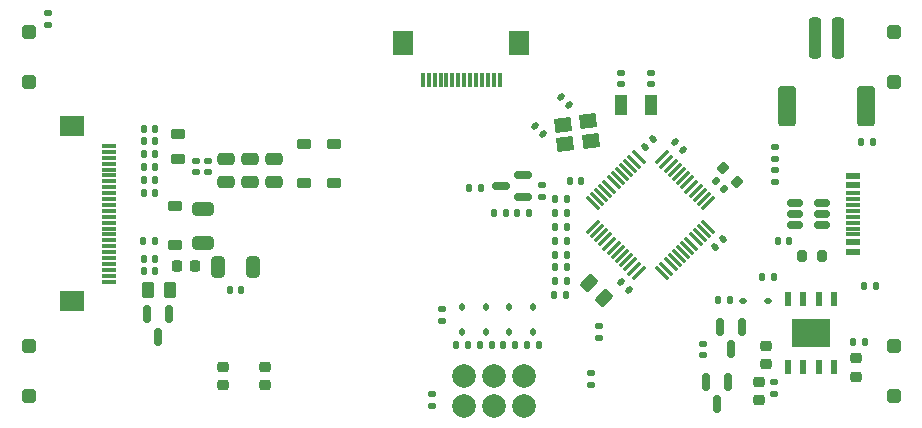
<source format=gbr>
%TF.GenerationSoftware,KiCad,Pcbnew,7.0.9*%
%TF.CreationDate,2023-12-11T11:57:59+01:00*%
%TF.ProjectId,USB E-Paper thing,55534220-452d-4506-9170-657220746869,rev?*%
%TF.SameCoordinates,Original*%
%TF.FileFunction,Paste,Top*%
%TF.FilePolarity,Positive*%
%FSLAX46Y46*%
G04 Gerber Fmt 4.6, Leading zero omitted, Abs format (unit mm)*
G04 Created by KiCad (PCBNEW 7.0.9) date 2023-12-11 11:57:59*
%MOMM*%
%LPD*%
G01*
G04 APERTURE LIST*
G04 Aperture macros list*
%AMRoundRect*
0 Rectangle with rounded corners*
0 $1 Rounding radius*
0 $2 $3 $4 $5 $6 $7 $8 $9 X,Y pos of 4 corners*
0 Add a 4 corners polygon primitive as box body*
4,1,4,$2,$3,$4,$5,$6,$7,$8,$9,$2,$3,0*
0 Add four circle primitives for the rounded corners*
1,1,$1+$1,$2,$3*
1,1,$1+$1,$4,$5*
1,1,$1+$1,$6,$7*
1,1,$1+$1,$8,$9*
0 Add four rect primitives between the rounded corners*
20,1,$1+$1,$2,$3,$4,$5,0*
20,1,$1+$1,$4,$5,$6,$7,0*
20,1,$1+$1,$6,$7,$8,$9,0*
20,1,$1+$1,$8,$9,$2,$3,0*%
%AMRotRect*
0 Rectangle, with rotation*
0 The origin of the aperture is its center*
0 $1 length*
0 $2 width*
0 $3 Rotation angle, in degrees counterclockwise*
0 Add horizontal line*
21,1,$1,$2,0,0,$3*%
G04 Aperture macros list end*
%ADD10R,0.600000X1.200000*%
%ADD11R,3.300000X2.400000*%
%ADD12RoundRect,0.135000X0.135000X0.185000X-0.135000X0.185000X-0.135000X-0.185000X0.135000X-0.185000X0*%
%ADD13RoundRect,0.135000X-0.135000X-0.185000X0.135000X-0.185000X0.135000X0.185000X-0.135000X0.185000X0*%
%ADD14RoundRect,0.300000X-0.300000X-0.300000X0.300000X-0.300000X0.300000X0.300000X-0.300000X0.300000X0*%
%ADD15RoundRect,0.300000X0.300000X0.300000X-0.300000X0.300000X-0.300000X-0.300000X0.300000X-0.300000X0*%
%ADD16RoundRect,0.140000X-0.219203X-0.021213X-0.021213X-0.219203X0.219203X0.021213X0.021213X0.219203X0*%
%ADD17RoundRect,0.140000X-0.140000X-0.170000X0.140000X-0.170000X0.140000X0.170000X-0.140000X0.170000X0*%
%ADD18RoundRect,0.140000X0.140000X0.170000X-0.140000X0.170000X-0.140000X-0.170000X0.140000X-0.170000X0*%
%ADD19RoundRect,0.225000X0.375000X-0.225000X0.375000X0.225000X-0.375000X0.225000X-0.375000X-0.225000X0*%
%ADD20RoundRect,0.140000X0.219203X0.021213X0.021213X0.219203X-0.219203X-0.021213X-0.021213X-0.219203X0*%
%ADD21RoundRect,0.075000X-0.521491X0.415425X0.415425X-0.521491X0.521491X-0.415425X-0.415425X0.521491X0*%
%ADD22RoundRect,0.075000X-0.521491X-0.415425X-0.415425X-0.521491X0.521491X0.415425X0.415425X0.521491X0*%
%ADD23RoundRect,0.140000X-0.170000X0.140000X-0.170000X-0.140000X0.170000X-0.140000X0.170000X0.140000X0*%
%ADD24C,2.000000*%
%ADD25R,1.000000X1.800000*%
%ADD26RoundRect,0.200000X-0.335876X-0.053033X-0.053033X-0.335876X0.335876X0.053033X0.053033X0.335876X0*%
%ADD27RoundRect,0.218750X-0.256250X0.218750X-0.256250X-0.218750X0.256250X-0.218750X0.256250X0.218750X0*%
%ADD28RoundRect,0.150000X0.587500X0.150000X-0.587500X0.150000X-0.587500X-0.150000X0.587500X-0.150000X0*%
%ADD29RoundRect,0.135000X0.226274X0.035355X0.035355X0.226274X-0.226274X-0.035355X-0.035355X-0.226274X0*%
%ADD30RoundRect,0.150000X-0.150000X0.587500X-0.150000X-0.587500X0.150000X-0.587500X0.150000X0.587500X0*%
%ADD31RoundRect,0.112500X-0.112500X0.187500X-0.112500X-0.187500X0.112500X-0.187500X0.112500X0.187500X0*%
%ADD32RoundRect,0.140000X0.170000X-0.140000X0.170000X0.140000X-0.170000X0.140000X-0.170000X-0.140000X0*%
%ADD33RoundRect,0.250000X0.262500X0.450000X-0.262500X0.450000X-0.262500X-0.450000X0.262500X-0.450000X0*%
%ADD34RoundRect,0.135000X-0.185000X0.135000X-0.185000X-0.135000X0.185000X-0.135000X0.185000X0.135000X0*%
%ADD35RoundRect,0.135000X0.185000X-0.135000X0.185000X0.135000X-0.185000X0.135000X-0.185000X-0.135000X0*%
%ADD36R,1.800000X2.000000*%
%ADD37R,0.300000X1.200000*%
%ADD38RoundRect,0.250000X-0.475000X0.250000X-0.475000X-0.250000X0.475000X-0.250000X0.475000X0.250000X0*%
%ADD39RoundRect,0.140000X0.021213X-0.219203X0.219203X-0.021213X-0.021213X0.219203X-0.219203X0.021213X0*%
%ADD40RoundRect,0.250000X0.650000X-0.325000X0.650000X0.325000X-0.650000X0.325000X-0.650000X-0.325000X0*%
%ADD41RoundRect,0.225000X0.250000X-0.225000X0.250000X0.225000X-0.250000X0.225000X-0.250000X-0.225000X0*%
%ADD42R,1.240000X0.600000*%
%ADD43R,1.240000X0.300000*%
%ADD44RoundRect,0.250000X-0.503814X-0.132583X-0.132583X-0.503814X0.503814X0.132583X0.132583X0.503814X0*%
%ADD45RoundRect,0.218750X-0.218750X-0.256250X0.218750X-0.256250X0.218750X0.256250X-0.218750X0.256250X0*%
%ADD46RoundRect,0.200000X0.200000X0.275000X-0.200000X0.275000X-0.200000X-0.275000X0.200000X-0.275000X0*%
%ADD47RoundRect,0.225000X-0.375000X0.225000X-0.375000X-0.225000X0.375000X-0.225000X0.375000X0.225000X0*%
%ADD48RoundRect,0.150000X0.512500X0.150000X-0.512500X0.150000X-0.512500X-0.150000X0.512500X-0.150000X0*%
%ADD49RoundRect,0.218750X0.256250X-0.218750X0.256250X0.218750X-0.256250X0.218750X-0.256250X-0.218750X0*%
%ADD50RoundRect,0.140000X-0.021213X0.219203X-0.219203X0.021213X0.021213X-0.219203X0.219203X-0.021213X0*%
%ADD51R,2.000000X1.800000*%
%ADD52R,1.200000X0.300000*%
%ADD53RoundRect,0.218750X0.381250X-0.218750X0.381250X0.218750X-0.381250X0.218750X-0.381250X-0.218750X0*%
%ADD54RoundRect,0.250001X-0.499999X-1.449999X0.499999X-1.449999X0.499999X1.449999X-0.499999X1.449999X0*%
%ADD55RoundRect,0.250000X-0.250000X-1.500000X0.250000X-1.500000X0.250000X1.500000X-0.250000X1.500000X0*%
%ADD56RoundRect,0.250000X-0.325000X-0.650000X0.325000X-0.650000X0.325000X0.650000X-0.325000X0.650000X0*%
%ADD57RoundRect,0.112500X-0.187500X-0.112500X0.187500X-0.112500X0.187500X0.112500X-0.187500X0.112500X0*%
%ADD58RotRect,1.400000X1.200000X7.000000*%
G04 APERTURE END LIST*
D10*
%TO.C,U3*%
X71010000Y11160000D03*
X69740000Y11160000D03*
X68460000Y11160000D03*
X67190000Y11160000D03*
X67190000Y5340000D03*
X68460000Y5340000D03*
X69740000Y5340000D03*
X71010000Y5340000D03*
D11*
X69100000Y8250000D03*
%TD*%
D12*
%TO.C,R24*%
X48420000Y18400000D03*
X47400000Y18400000D03*
%TD*%
%TO.C,R26*%
X48420000Y19570000D03*
X47400000Y19570000D03*
%TD*%
D13*
%TO.C,R11*%
X44200000Y18425000D03*
X45220000Y18425000D03*
%TD*%
D14*
%TO.C,SW3*%
X76100000Y29550000D03*
D15*
X76100000Y33750000D03*
%TD*%
D13*
%TO.C,R3*%
X45050000Y7230000D03*
X46070000Y7230000D03*
%TD*%
D12*
%TO.C,R15*%
X74570000Y12200000D03*
X73550000Y12200000D03*
%TD*%
D16*
%TO.C,C5*%
X57560589Y24399411D03*
X58239411Y23720589D03*
%TD*%
D17*
%TO.C,C16*%
X12600000Y20100000D03*
X13560000Y20100000D03*
%TD*%
D18*
%TO.C,C6*%
X49640000Y21170000D03*
X48680000Y21170000D03*
%TD*%
D19*
%TO.C,D11*%
X26175000Y20970000D03*
X26175000Y24270000D03*
%TD*%
D20*
%TO.C,C2*%
X46449411Y25140589D03*
X45770589Y25819411D03*
%TD*%
D21*
%TO.C,U1*%
X54511212Y23127876D03*
X54157658Y22774322D03*
X53804105Y22420769D03*
X53450551Y22067215D03*
X53096998Y21713662D03*
X52743445Y21360109D03*
X52389891Y21006555D03*
X52036338Y20653002D03*
X51682785Y20299449D03*
X51329231Y19945895D03*
X50975678Y19592342D03*
X50622124Y19238788D03*
D22*
X50622124Y17241212D03*
X50975678Y16887658D03*
X51329231Y16534105D03*
X51682785Y16180551D03*
X52036338Y15826998D03*
X52389891Y15473445D03*
X52743445Y15119891D03*
X53096998Y14766338D03*
X53450551Y14412785D03*
X53804105Y14059231D03*
X54157658Y13705678D03*
X54511212Y13352124D03*
D21*
X56508788Y13352124D03*
X56862342Y13705678D03*
X57215895Y14059231D03*
X57569449Y14412785D03*
X57923002Y14766338D03*
X58276555Y15119891D03*
X58630109Y15473445D03*
X58983662Y15826998D03*
X59337215Y16180551D03*
X59690769Y16534105D03*
X60044322Y16887658D03*
X60397876Y17241212D03*
D22*
X60397876Y19238788D03*
X60044322Y19592342D03*
X59690769Y19945895D03*
X59337215Y20299449D03*
X58983662Y20653002D03*
X58630109Y21006555D03*
X58276555Y21360109D03*
X57923002Y21713662D03*
X57569449Y22067215D03*
X57215895Y22420769D03*
X56862342Y22774322D03*
X56508788Y23127876D03*
%TD*%
D23*
%TO.C,C25*%
X18040000Y22810000D03*
X18040000Y21850000D03*
%TD*%
D24*
%TO.C,J5*%
X39700000Y4620000D03*
X42240000Y4620000D03*
X44780000Y4620000D03*
X44780000Y2080000D03*
X42240000Y2080000D03*
X39700000Y2080000D03*
%TD*%
D25*
%TO.C,Y2*%
X53050000Y27560589D03*
X55550000Y27560589D03*
%TD*%
D20*
%TO.C,C7*%
X53709411Y11910589D03*
X53030589Y12589411D03*
%TD*%
D26*
%TO.C,R14*%
X61686637Y22243363D03*
X62853363Y21076637D03*
%TD*%
D27*
%TO.C,D8*%
X72900000Y6127500D03*
X72900000Y4552500D03*
%TD*%
D28*
%TO.C,Q1*%
X44710000Y19750000D03*
X44710000Y21650000D03*
X42835000Y20700000D03*
%TD*%
D14*
%TO.C,SW4*%
X76100000Y2950000D03*
D15*
X76100000Y7150000D03*
%TD*%
D29*
%TO.C,R13*%
X61740624Y20449376D03*
X61019376Y21170624D03*
%TD*%
D30*
%TO.C,U4*%
X62090000Y4117500D03*
X60190000Y4117500D03*
X61140000Y2242500D03*
%TD*%
D31*
%TO.C,D6*%
X43570000Y10480000D03*
X43570000Y8380000D03*
%TD*%
D32*
%TO.C,C12*%
X59970000Y6370000D03*
X59970000Y7330000D03*
%TD*%
D12*
%TO.C,R27*%
X48420000Y16060000D03*
X47400000Y16060000D03*
%TD*%
%TO.C,R5*%
X48420000Y12620000D03*
X47400000Y12620000D03*
%TD*%
D32*
%TO.C,C4*%
X53050000Y29300000D03*
X53050000Y30260000D03*
%TD*%
D33*
%TO.C,R23*%
X14825000Y11900000D03*
X13000000Y11900000D03*
%TD*%
D34*
%TO.C,R17*%
X65980000Y4140000D03*
X65980000Y3120000D03*
%TD*%
D35*
%TO.C,R29*%
X4540000Y34320000D03*
X4540000Y35340000D03*
%TD*%
D36*
%TO.C,J3*%
X44390000Y32850000D03*
X34590000Y32850000D03*
D37*
X42740000Y29700000D03*
X42240000Y29700000D03*
X41740000Y29700000D03*
X41240000Y29700000D03*
X40740000Y29700000D03*
X40240000Y29700000D03*
X39740000Y29700000D03*
X39240000Y29700000D03*
X38740000Y29700000D03*
X38240000Y29700000D03*
X37740000Y29700000D03*
X37240000Y29700000D03*
X36740000Y29700000D03*
X36240000Y29700000D03*
%TD*%
D13*
%TO.C,R6*%
X39080000Y7230000D03*
X40100000Y7230000D03*
%TD*%
D23*
%TO.C,C24*%
X17000000Y22810000D03*
X17000000Y21850000D03*
%TD*%
D32*
%TO.C,C3*%
X55550000Y29300000D03*
X55550000Y30260000D03*
%TD*%
D13*
%TO.C,R28*%
X12570000Y16050000D03*
X13590000Y16050000D03*
%TD*%
D18*
%TO.C,C11*%
X62210000Y11020000D03*
X61250000Y11020000D03*
%TD*%
D15*
%TO.C,SW1*%
X2900000Y33750000D03*
D14*
X2900000Y29550000D03*
%TD*%
D17*
%TO.C,C20*%
X12600000Y13500000D03*
X13560000Y13500000D03*
%TD*%
D12*
%TO.C,R16*%
X74360000Y24430000D03*
X73340000Y24430000D03*
%TD*%
D35*
%TO.C,R12*%
X37050000Y2060000D03*
X37050000Y3080000D03*
%TD*%
D38*
%TO.C,C29*%
X19550000Y22980000D03*
X19550000Y21080000D03*
%TD*%
D39*
%TO.C,C26*%
X55030000Y23980000D03*
X55708822Y24658822D03*
%TD*%
D17*
%TO.C,C15*%
X12600000Y21194000D03*
X13560000Y21194000D03*
%TD*%
D12*
%TO.C,R25*%
X48420000Y14890000D03*
X47400000Y14890000D03*
%TD*%
D15*
%TO.C,SW2*%
X2900000Y7150000D03*
D14*
X2900000Y2950000D03*
%TD*%
D35*
%TO.C,R20*%
X66060000Y21040000D03*
X66060000Y22060000D03*
%TD*%
D13*
%TO.C,R10*%
X42225000Y18425000D03*
X43245000Y18425000D03*
%TD*%
D12*
%TO.C,R22*%
X65990000Y12990000D03*
X64970000Y12990000D03*
%TD*%
D13*
%TO.C,R7*%
X40150000Y20530000D03*
X41170000Y20530000D03*
%TD*%
D40*
%TO.C,C21*%
X17640000Y15840000D03*
X17640000Y18790000D03*
%TD*%
D34*
%TO.C,R32*%
X50470000Y4840000D03*
X50470000Y3820000D03*
%TD*%
%TO.C,R33*%
X51130000Y8850000D03*
X51130000Y7830000D03*
%TD*%
D27*
%TO.C,D7*%
X64710000Y4127500D03*
X64710000Y2552500D03*
%TD*%
D41*
%TO.C,C10*%
X65260000Y5620000D03*
X65260000Y7170000D03*
%TD*%
D42*
%TO.C,J6*%
X72700000Y15150000D03*
X72700000Y15950000D03*
D43*
X72700000Y17100000D03*
X72700000Y18100000D03*
X72700000Y18600000D03*
X72700000Y19600000D03*
D42*
X72700000Y20750000D03*
X72700000Y21550000D03*
X72700000Y21550000D03*
X72700000Y20750000D03*
D43*
X72700000Y20100000D03*
X72700000Y19100000D03*
X72700000Y17600000D03*
X72700000Y16600000D03*
D42*
X72700000Y15950000D03*
X72700000Y15150000D03*
%TD*%
D13*
%TO.C,R1*%
X41070000Y7230000D03*
X42090000Y7230000D03*
%TD*%
D38*
%TO.C,C28*%
X21620000Y22980000D03*
X21620000Y21080000D03*
%TD*%
D17*
%TO.C,C13*%
X12590000Y25570000D03*
X13550000Y25570000D03*
%TD*%
D12*
%TO.C,R2*%
X48400000Y11470000D03*
X47380000Y11470000D03*
%TD*%
D30*
%TO.C,Q3*%
X14750000Y9837500D03*
X12850000Y9837500D03*
X13800000Y7962500D03*
%TD*%
D31*
%TO.C,D1*%
X41580000Y10480000D03*
X41580000Y8380000D03*
%TD*%
D35*
%TO.C,R21*%
X66060000Y22980000D03*
X66060000Y24000000D03*
%TD*%
D13*
%TO.C,R18*%
X72620000Y7500000D03*
X73640000Y7500000D03*
%TD*%
D17*
%TO.C,C14*%
X12600000Y23382000D03*
X13560000Y23382000D03*
%TD*%
D44*
%TO.C,R30*%
X50284765Y12505235D03*
X51575235Y11214765D03*
%TD*%
D45*
%TO.C,L1*%
X15412500Y13900000D03*
X16987500Y13900000D03*
%TD*%
D31*
%TO.C,D5*%
X39590000Y10480000D03*
X39590000Y8380000D03*
%TD*%
D46*
%TO.C,R19*%
X70005000Y14820000D03*
X68355000Y14820000D03*
%TD*%
D47*
%TO.C,D10*%
X28685000Y24225000D03*
X28685000Y20925000D03*
%TD*%
D17*
%TO.C,C19*%
X12600000Y24476000D03*
X13560000Y24476000D03*
%TD*%
D13*
%TO.C,R9*%
X43060000Y7230000D03*
X44080000Y7230000D03*
%TD*%
D48*
%TO.C,U2*%
X70040000Y17400000D03*
X70040000Y18350000D03*
X70040000Y19300000D03*
X67765000Y19300000D03*
X67765000Y18350000D03*
X67765000Y17400000D03*
%TD*%
D49*
%TO.C,D2*%
X22895000Y3825000D03*
X22895000Y5400000D03*
%TD*%
D50*
%TO.C,C8*%
X61670000Y16210000D03*
X60991178Y15531178D03*
%TD*%
D20*
%TO.C,C1*%
X48649411Y27540589D03*
X47970589Y28219411D03*
%TD*%
D51*
%TO.C,DS1*%
X6550000Y25750000D03*
X6550000Y10950000D03*
D52*
X9700000Y12600000D03*
X9700000Y13100000D03*
X9700000Y13600000D03*
X9700000Y14100000D03*
X9700000Y14600000D03*
X9700000Y15100000D03*
X9700000Y15600000D03*
X9700000Y16100000D03*
X9700000Y16600000D03*
X9700000Y17100000D03*
X9700000Y17600000D03*
X9700000Y18100000D03*
X9700000Y18600000D03*
X9700000Y19100000D03*
X9700000Y19600000D03*
X9700000Y20100000D03*
X9700000Y20600000D03*
X9700000Y21100000D03*
X9700000Y21600000D03*
X9700000Y22100000D03*
X9700000Y22600000D03*
X9700000Y23100000D03*
X9700000Y23600000D03*
X9700000Y24100000D03*
%TD*%
D53*
%TO.C,FB1*%
X15540000Y23025000D03*
X15540000Y25150000D03*
%TD*%
D31*
%TO.C,D3*%
X45560000Y10480000D03*
X45560000Y8380000D03*
%TD*%
D17*
%TO.C,C17*%
X19880000Y11900000D03*
X20840000Y11900000D03*
%TD*%
%TO.C,C18*%
X12600000Y14500000D03*
X13560000Y14500000D03*
%TD*%
D38*
%TO.C,C27*%
X23660000Y22980000D03*
X23660000Y21080000D03*
%TD*%
D54*
%TO.C,BT1*%
X67080000Y27500000D03*
X73780000Y27500000D03*
D55*
X69430000Y33250000D03*
X71430000Y33250000D03*
%TD*%
D47*
%TO.C,D12*%
X15220000Y18990000D03*
X15220000Y15690000D03*
%TD*%
D12*
%TO.C,R31*%
X48420000Y13850000D03*
X47400000Y13850000D03*
%TD*%
D30*
%TO.C,Q2*%
X63280709Y8758500D03*
X61380709Y8758500D03*
X62330709Y6883500D03*
%TD*%
D56*
%TO.C,C22*%
X18895000Y13840000D03*
X21845000Y13840000D03*
%TD*%
D57*
%TO.C,D9*%
X63350000Y11000000D03*
X65450000Y11000000D03*
%TD*%
D12*
%TO.C,R34*%
X48420000Y17230000D03*
X47400000Y17230000D03*
%TD*%
D34*
%TO.C,R4*%
X37840000Y10330000D03*
X37840000Y9310000D03*
%TD*%
D49*
%TO.C,D4*%
X19320000Y3825000D03*
X19320000Y5400000D03*
%TD*%
D58*
%TO.C,Y1*%
X48271788Y24222279D03*
X50455390Y24490392D03*
X50248212Y26177721D03*
X48064610Y25909608D03*
%TD*%
D17*
%TO.C,C23*%
X12600000Y22288000D03*
X13560000Y22288000D03*
%TD*%
D35*
%TO.C,R8*%
X46335000Y19740000D03*
X46335000Y20760000D03*
%TD*%
D18*
%TO.C,C9*%
X67280000Y16080000D03*
X66320000Y16080000D03*
%TD*%
M02*

</source>
